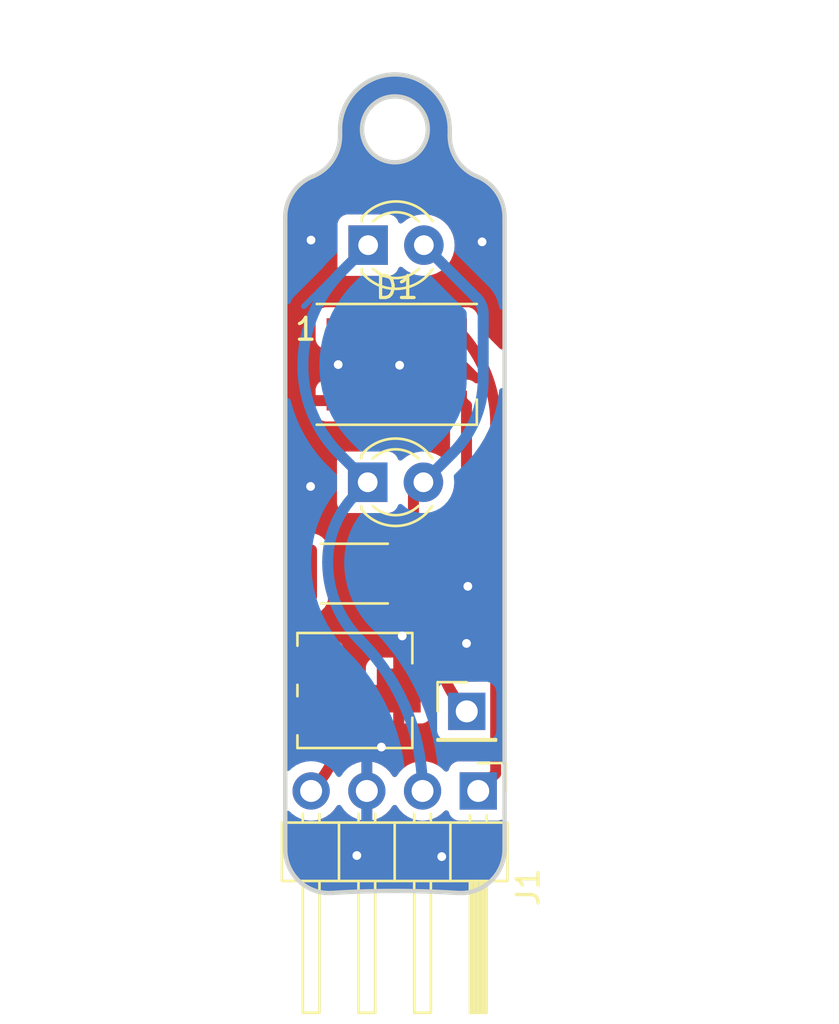
<source format=kicad_pcb>
(kicad_pcb (version 20221018) (generator pcbnew)
  (layers (0 "F.Cu" signal) (31 "B.Cu" signal) (34 "B.Paste" user) (35 "F.Paste" user) (36 "B.SilkS" user "B.Silkscreen") (37 "F.SilkS" user "F.Silkscreen") (38 "B.Mask" user) (39 "F.Mask" user) (44 "Edge.Cuts" user))
  (net 0 "")
  (net 1 "GND")
  (net 2 "+5V")
  (net 3 "/PWM")
  (net 4 "+3.3V")
  (net 5 "/S")
  (net 6 "Net-(Q1-E)")
  (footprint "LED_THT:LED_D3.0mm_Clear" (layer "F.Cu") (at 129.655 64.04)
    (fp_text reference "Q1" hide)
    (fp_text value "Q_Photo_NPN")
    (fp_line (start -0.29 -1.236) (end -0.29 -1.08) (stroke (width 0.12)) (layer "F.SilkS"))
    (fp_line (start -0.29 1.08) (end -0.29 1.236) (stroke (width 0.12)) (layer "F.SilkS"))
    (fp_arc (start -0.29 -1.235516) (mid 1.366487 -1.987659) (end 2.942335 -1.078608) (stroke (width 0.12)) (layer "F.SilkS"))
    (fp_arc (start 0.229039 -1.08) (mid 1.270117 -1.5) (end 2.31113 -1.079837) (stroke (width 0.12)) (layer "F.SilkS"))
    (fp_arc (start 2.31113 1.079837) (mid 1.270117 1.5) (end 0.229039 1.08) (stroke (width 0.12)) (layer "F.SilkS"))
    (fp_arc (start 2.942335 1.078608) (mid 1.366487 1.987659) (end -0.29 1.235516) (stroke (width 0.12)) (layer "F.SilkS"))
    (pad "1" thru_hole rect (at 0 0) (size 1.8 1.8) (drill 0.9) (layers "*.Cu" "*.Mask") (net 4 "+3.3V"))
    (pad "2" thru_hole circle (at 2.54 0) (size 1.8 1.8) (drill 0.9) (layers "*.Cu" "*.Mask") (net 6 "Net-(Q1-E)"))
  )
  (footprint "LED_SMD:LED_WS2812B_PLCC4_5.0x5.0mm_P3.2mm" (layer "F.Cu") (at 130.96 69.47)
    (fp_text reference "D1" (at 0 -3.5) (layer "F.SilkS"))
    (fp_text value "NeoPixel_THT")
    (fp_text user "1" (at -4.15 -1.6) (layer "F.SilkS"))
    (fp_line (start -3.65 -2.75) (end 3.65 -2.75) (stroke (width 0.12)) (layer "F.SilkS"))
    (fp_line (start -3.65 2.75) (end 3.65 2.75) (stroke (width 0.12)) (layer "F.SilkS"))
    (fp_line (start 3.65 2.75) (end 3.65 1.6) (stroke (width 0.12)) (layer "F.SilkS"))
    (pad "1" smd rect (at -2.45 -1.65) (size 1.5 0.9) (layers "F.Cu" "F.Paste" "F.Mask"))
    (pad "2" smd rect (at -2.45 1.65) (size 1.5 0.9) (layers "F.Cu" "F.Paste" "F.Mask") (net 1 "GND"))
    (pad "3" smd rect (at 2.45 1.65) (size 1.5 0.9) (layers "F.Cu" "F.Paste" "F.Mask") (net 2 "+5V"))
    (pad "4" smd rect (at 2.45 -1.65) (size 1.5 0.9) (layers "F.Cu" "F.Paste" "F.Mask") (net 3 "/PWM"))
  )
  (footprint "LED_THT:LED_D3.0mm_Clear" (layer "F.Cu") (at 129.635 74.84)
    (fp_text reference "Q2" hide)
    (fp_text value "Q_Photo_NPN")
    (fp_line (start -0.29 -1.236) (end -0.29 -1.08) (stroke (width 0.12)) (layer "F.SilkS"))
    (fp_line (start -0.29 1.08) (end -0.29 1.236) (stroke (width 0.12)) (layer "F.SilkS"))
    (fp_arc (start -0.29 -1.235516) (mid 1.366487 -1.987659) (end 2.942335 -1.078608) (stroke (width 0.12)) (layer "F.SilkS"))
    (fp_arc (start 0.229039 -1.08) (mid 1.270117 -1.5) (end 2.31113 -1.079837) (stroke (width 0.12)) (layer "F.SilkS"))
    (fp_arc (start 2.31113 1.079837) (mid 1.270117 1.5) (end 0.229039 1.08) (stroke (width 0.12)) (layer "F.SilkS"))
    (fp_arc (start 2.942335 1.078608) (mid 1.366487 1.987659) (end -0.29 1.235516) (stroke (width 0.12)) (layer "F.SilkS"))
    (pad "1" thru_hole rect (at 0 0) (size 1.8 1.8) (drill 0.9) (layers "*.Cu" "*.Mask") (net 4 "+3.3V"))
    (pad "2" thru_hole circle (at 2.54 0) (size 1.8 1.8) (drill 0.9) (layers "*.Cu" "*.Mask") (net 6 "Net-(Q1-E)"))
  )
  (footprint "Connector_PinHeader_2.54mm:PinHeader_1x04_P2.54mm_Horizontal" (layer "F.Cu") (at 134.675 88.9 -90)
    (fp_text reference "J1" (at 4.385 -2.27 90) (layer "F.SilkS"))
    (fp_text value "Conn_01x04_Pin")
    (fp_line (start -1.27 -1.27) (end 0 -1.27) (stroke (width 0.12)) (layer "F.SilkS"))
    (fp_line (start -1.27 0) (end -1.27 -1.27) (stroke (width 0.12)) (layer "F.SilkS"))
    (fp_line (start 1.042929 2.16) (end 1.44 2.16) (stroke (width 0.12)) (layer "F.SilkS"))
    (fp_line (start 1.042929 2.92) (end 1.44 2.92) (stroke (width 0.12)) (layer "F.SilkS"))
    (fp_line (start 1.042929 4.7) (end 1.44 4.7) (stroke (width 0.12)) (layer "F.SilkS"))
    (fp_line (start 1.042929 5.46) (end 1.44 5.46) (stroke (width 0.12)) (layer "F.SilkS"))
    (fp_line (start 1.042929 7.24) (end 1.44 7.24) (stroke (width 0.12)) (layer "F.SilkS"))
    (fp_line (start 1.042929 8) (end 1.44 8) (stroke (width 0.12)) (layer "F.SilkS"))
    (fp_line (start 1.11 -0.38) (end 1.44 -0.38) (stroke (width 0.12)) (layer "F.SilkS"))
    (fp_line (start 1.11 0.38) (end 1.44 0.38) (stroke (width 0.12)) (layer "F.SilkS"))
    (fp_line (start 1.44 -1.33) (end 1.44 8.95) (stroke (width 0.12)) (layer "F.SilkS"))
    (fp_line (start 1.44 1.27) (end 4.1 1.27) (stroke (width 0.12)) (layer "F.SilkS"))
    (fp_line (start 1.44 3.81) (end 4.1 3.81) (stroke (width 0.12)) (layer "F.SilkS"))
    (fp_line (start 1.44 6.35) (end 4.1 6.35) (stroke (width 0.12)) (layer "F.SilkS"))
    (fp_line (start 1.44 8.95) (end 4.1 8.95) (stroke (width 0.12)) (layer "F.SilkS"))
    (fp_line (start 4.1 -1.33) (end 1.44 -1.33) (stroke (width 0.12)) (layer "F.SilkS"))
    (fp_line (start 4.1 -0.38) (end 10.1 -0.38) (stroke (width 0.12)) (layer "F.SilkS"))
    (fp_line (start 4.1 -0.32) (end 10.1 -0.32) (stroke (width 0.12)) (layer "F.SilkS"))
    (fp_line (start 4.1 -0.2) (end 10.1 -0.2) (stroke (width 0.12)) (layer "F.SilkS"))
    (fp_line (start 4.1 -0.08) (end 10.1 -0.08) (stroke (width 0.12)) (layer "F.SilkS"))
    (fp_line (start 4.1 0.04) (end 10.1 0.04) (stroke (width 0.12)) (layer "F.SilkS"))
    (fp_line (start 4.1 0.16) (end 10.1 0.16) (stroke (width 0.12)) (layer "F.SilkS"))
    (fp_line (start 4.1 0.28) (end 10.1 0.28) (stroke (width 0.12)) (layer "F.SilkS"))
    (fp_line (start 4.1 2.16) (end 10.1 2.16) (stroke (width 0.12)) (layer "F.SilkS"))
    (fp_line (start 4.1 4.7) (end 10.1 4.7) (stroke (width 0.12)) (layer "F.SilkS"))
    (fp_line (start 4.1 7.24) (end 10.1 7.24) (stroke (width 0.12)) (layer "F.SilkS"))
    (fp_line (start 4.1 8.95) (end 4.1 -1.33) (stroke (width 0.12)) (layer "F.SilkS"))
    (fp_line (start 10.1 -0.38) (end 10.1 0.38) (stroke (width 0.12)) (layer "F.SilkS"))
    (fp_line (start 10.1 0.38) (end 4.1 0.38) (stroke (width 0.12)) (layer "F.SilkS"))
    (fp_line (start 10.1 2.16) (end 10.1 2.92) (stroke (width 0.12)) (layer "F.SilkS"))
    (fp_line (start 10.1 2.92) (end 4.1 2.92) (stroke (width 0.12)) (layer "F.SilkS"))
    (fp_line (start 10.1 4.7) (end 10.1 5.46) (stroke (width 0.12)) (layer "F.SilkS"))
    (fp_line (start 10.1 5.46) (end 4.1 5.46) (stroke (width 0.12)) (layer "F.SilkS"))
    (fp_line (start 10.1 7.24) (end 10.1 8) (stroke (width 0.12)) (layer "F.SilkS"))
    (fp_line (start 10.1 8) (end 4.1 8) (stroke (width 0.12)) (layer "F.SilkS"))
    (pad "1" thru_hole rect (at 0 0 270) (size 1.7 1.7) (drill 1) (layers "*.Cu" "*.Mask") (net 3 "/PWM"))
    (pad "2" thru_hole oval (at 0 2.54 270) (size 1.7 1.7) (drill 1) (layers "*.Cu" "*.Mask") (net 4 "+3.3V"))
    (pad "3" thru_hole oval (at 0 5.08 270) (size 1.7 1.7) (drill 1) (layers "*.Cu" "*.Mask") (net 1 "GND"))
    (pad "4" thru_hole oval (at 0 7.62 270) (size 1.7 1.7) (drill 1) (layers "*.Cu" "*.Mask") (net 5 "/S"))
  )
  (footprint "Resistor_SMD:R_2010_5025Metric" (layer "F.Cu") (at 129.025 79)
    (fp_text reference "R1" hide)
    (fp_text value "1K")
    (fp_line (start -1.527064 -1.36) (end 1.527064 -1.36) (stroke (width 0.12)) (layer "F.SilkS"))
    (fp_line (start -1.527064 1.36) (end 1.527064 1.36) (stroke (width 0.12)) (layer "F.SilkS"))
    (pad "1" smd roundrect (at -2.3125 0) (size 1.225 2.65) (layers "F.Cu" "F.Paste" "F.Mask") (roundrect_rratio 0.204082) (net 5 "/S"))
    (pad "2" smd roundrect (at 2.3125 0) (size 1.225 2.65) (layers "F.Cu" "F.Paste" "F.Mask") (roundrect_rratio 0.204082) (net 6 "Net-(Q1-E)"))
  )
  (footprint "Connector_PinHeader_2.54mm:PinHeader_1x01_P2.54mm_Vertical" (layer "F.Cu") (at 134.15 85.275)
    (fp_text reference "J2" hide)
    (fp_text value "Conn_01x01_Pin")
    (fp_line (start -1.33 -1.33) (end 0 -1.33) (stroke (width 0.12)) (layer "F.SilkS"))
    (fp_line (start -1.33 0) (end -1.33 -1.33) (stroke (width 0.12)) (layer "F.SilkS"))
    (fp_line (start -1.33 1.27) (end -1.33 1.33) (stroke (width 0.12)) (layer "F.SilkS"))
    (fp_line (start -1.33 1.27) (end 1.33 1.27) (stroke (width 0.12)) (layer "F.SilkS"))
    (fp_line (start -1.33 1.33) (end 1.33 1.33) (stroke (width 0.12)) (layer "F.SilkS"))
    (fp_line (start 1.33 1.27) (end 1.33 1.33) (stroke (width 0.12)) (layer "F.SilkS"))
    (pad "1" thru_hole rect (at 0 0) (size 1.7 1.7) (drill 1) (layers "*.Cu" "*.Mask") (net 2 "+5V"))
  )
  (footprint "Potentiometer_SMD:Potentiometer_Vishay_TS53YJ_Vertical" (layer "F.Cu") (at 129.05 84.325 180)
    (fp_text reference "RV1" hide)
    (fp_text value "R_Potentiometer_Trim_US")
    (fp_line (start -2.62 -2.62) (end -2.62 -1.24) (stroke (width 0.12)) (layer "F.SilkS"))
    (fp_line (start -2.62 -2.62) (end 2.62 -2.62) (stroke (width 0.12)) (layer "F.SilkS"))
    (fp_line (start -2.62 1.24) (end -2.62 2.62) (stroke (width 0.12)) (layer "F.SilkS"))
    (fp_line (start -2.62 2.62) (end 2.62 2.62) (stroke (width 0.12)) (layer "F.SilkS"))
    (fp_line (start 2.62 -2.62) (end 2.62 -2.039) (stroke (width 0.12)) (layer "F.SilkS"))
    (fp_line (start 2.62 -0.26) (end 2.62 0.26) (stroke (width 0.12)) (layer "F.SilkS"))
    (fp_line (start 2.62 2.04) (end 2.62 2.62) (stroke (width 0.12)) (layer "F.SilkS"))
    (pad "1" smd rect (at 2 -1.15 180) (size 2 1.3) (layers "F.Cu" "F.Paste" "F.Mask"))
    (pad "2" smd rect (at -2 0 180) (size 2 2) (layers "F.Cu" "F.Paste" "F.Mask") (net 1 "GND"))
    (pad "3" smd rect (at 2 1.15 180) (size 2 1.3) (layers "F.Cu" "F.Paste" "F.Mask") (net 5 "/S"))
  )
  (gr_arc (start 134.625 60.91168) (mid 135.533312 61.647696) (end 135.875 62.76573) (stroke (width 0.2)) (layer "Edge.Cuts"))
  (gr_arc (start 134.625 60.91168) (mid 133.716688 60.175665) (end 133.375 59.057631) (stroke (width 0.2)) (layer "Edge.Cuts"))
  (gr_line (start 128.375 59.057631) (end 128.375 58.76573) (stroke (width 0.2)) (layer "Edge.Cuts"))
  (gr_circle (center 130.875 58.76573) (end 129.375 58.76573) (stroke (width 0.2)) (fill none) (layer "Edge.Cuts"))
  (gr_line (start 125.875 91.55) (end 125.875 62.76573) (stroke (width 0.2)) (layer "Edge.Cuts"))
  (gr_line (start 135.875 62.76573) (end 135.875 91.55) (stroke (width 0.2)) (layer "Edge.Cuts"))
  (gr_line (start 133.375 58.76573) (end 133.375 59.057631) (stroke (width 0.2)) (layer "Edge.Cuts"))
  (gr_arc (start 128.375 58.76573) (mid 130.875 56.26573) (end 133.375 58.76573) (stroke (width 0.2)) (layer "Edge.Cuts"))
  (gr_arc (start 135.875 91.55) (mid 135.243335 93.00865) (end 133.74734 93.545922) (stroke (width 0.2)) (layer "Edge.Cuts"))
  (gr_arc (start 125.875 62.76573) (mid 126.216689 61.647697) (end 127.125 60.91168) (stroke (width 0.2)) (layer "Edge.Cuts"))
  (gr_arc (start 128.00266 93.545922) (mid 130.875 93.454158) (end 133.74734 93.545922) (stroke (width 0.2)) (layer "Edge.Cuts"))
  (gr_arc (start 128.00266 93.545922) (mid 126.506665 93.00865) (end 125.875 91.55) (stroke (width 0.2)) (layer "Edge.Cuts"))
  (gr_arc (start 128.375 59.057631) (mid 128.033313 60.175666) (end 127.125 60.91168) (stroke (width 0.2)) (layer "Edge.Cuts"))
  (via (at 127.03 75.03) (size 0.8) (drill 0.4) (layers "F.Cu" "B.Cu") (net 1))
  (via (at 129.14 91.84) (size 0.8) (drill 0.4) (layers "F.Cu" "B.Cu") (net 1))
  (via (at 134.85 63.89) (size 0.8) (drill 0.4) (layers "F.Cu" "B.Cu") (net 1))
  (via (at 133.01 91.89) (size 0.8) (drill 0.4) (layers "F.Cu" "B.Cu") (net 1))
  (via (at 131.21 81.84) (size 0.8) (drill 0.4) (layers "F.Cu" "B.Cu") (net 1))
  (via (at 130.26 86.9) (size 0.8) (drill 0.4) (layers "F.Cu" "B.Cu") (net 1))
  (via (at 134.2 79.58) (size 0.8) (drill 0.4) (layers "F.Cu" "B.Cu") (net 1))
  (via (at 131.09 69.51) (size 0.8) (drill 0.4) (layers "F.Cu" "B.Cu") (net 1))
  (via (at 127.05 63.81) (size 0.8) (drill 0.4) (layers "F.Cu" "B.Cu") (net 1))
  (via (at 128.29 69.48) (size 0.8) (drill 0.4) (layers "F.Cu" "B.Cu") (net 1))
  (via (at 134.14 82.18) (size 0.8) (drill 0.4) (layers "F.Cu" "B.Cu") (net 1))
  (segment (start 134.14 71.35) (end 133.858 71.068) (width 0.5) (layer "F.Cu") (net 2))
  (segment (start 132.79 81.991767) (end 132.79 77.822127) (width 0.5) (layer "F.Cu") (net 2))
  (segment (start 134.14 74.562964) (end 134.14 71.35) (width 0.5) (layer "F.Cu") (net 2))
  (arc (start 133.385485 76.384517) (mid 133.943908 75.548782) (end 134.14 74.562964) (width 0.5) (layer "F.Cu") (net 2))
  (arc (start 132.79 77.822127) (mid 132.94476 77.044101) (end 133.385485 76.384517) (width 0.5) (layer "F.Cu") (net 2))
  (arc (start 134.15 85.275) (mid 133.143436 83.768604) (end 132.79 81.991767) (width 0.5) (layer "F.Cu") (net 2))
  (segment (start 135.47 88.105) (end 134.675 88.9) (width 0.5) (layer "F.Cu") (net 3))
  (segment (start 133.41 67.82) (end 133.665082 67.82) (width 0.5) (layer "F.Cu") (net 3))
  (segment (start 135.47 72.177357) (end 135.47 88.105) (width 0.5) (layer "F.Cu") (net 3))
  (arc (start 133.665082 67.82) (mid 135.000936 69.819211) (end 135.47 72.177357) (width 0.5) (layer "F.Cu") (net 3))
  (segment (start 129.635 74.84) (end 129.095306 75.379694) (width 0.5) (layer "B.Cu") (net 4))
  (segment (start 129.278839 82.028839) (end 129.296036 82.046036) (width 0.5) (layer "B.Cu") (net 4))
  (segment (start 128.461603 65.233397) (end 129.655 64.04) (width 0.5) (layer "B.Cu") (net 4))
  (segment (start 129.635 74.84) (end 128.341988 73.546988) (width 0.5) (layer "B.Cu") (net 4))
  (segment (start 132.35 88.685) (end 132.135 88.9) (width 0.25) (layer "B.Cu") (net 4))
  (segment (start 129.6 63.95) (end 126.725 66.825) (width 0.25) (layer "B.Cu") (net 4))
  (arc (start 129.095306 75.379694) (mid 128.14404 76.803364) (end 127.81 78.482748) (width 0.5) (layer "B.Cu") (net 4))
  (arc (start 126.68 69.534593) (mid 127.111937 71.706085) (end 128.341988 73.546988) (width 0.5) (layer "B.Cu") (net 4))
  (arc (start 126.68 69.534593) (mid 127.143023 67.20679) (end 128.461603 65.233397) (width 0.5) (layer "B.Cu") (net 4))
  (arc (start 129.296036 82.046036) (mid 131.397178 85.190617) (end 132.135 88.9) (width 0.5) (layer "B.Cu") (net 4))
  (arc (start 129.278839 82.028839) (mid 128.191739 80.401879) (end 127.81 78.482748) (width 0.5) (layer "B.Cu") (net 4))
  (segment (start 126.71 82.835) (end 126.71 79.0025) (width 0.5) (layer "F.Cu") (net 5))
  (segment (start 128.540005 85.314897) (end 128.540006 85.188157) (width 0.5) (layer "F.Cu") (net 5))
  (segment (start 126.71 79.0025) (end 126.7125 79) (width 0.5) (layer "F.Cu") (net 5))
  (segment (start 127.05 83.175) (end 126.71 82.835) (width 0.5) (layer "F.Cu") (net 5))
  (segment (start 128.170089 84.295089) (end 127.05 83.175) (width 0.5) (layer "F.Cu") (net 5))
  (arc (start 128.540005 85.314897) (mid 128.154056 87.255147) (end 127.055 88.9) (width 0.5) (layer "F.Cu") (net 5))
  (arc (start 128.540006 85.188157) (mid 128.443869 84.704832) (end 128.170089 84.295089) (width 0.5) (layer "F.Cu") (net 5))
  (segment (start 131.72 75.295) (end 132.175 74.84) (width 0.5) (layer "F.Cu") (net 6))
  (segment (start 131.3375 79) (end 131.72 78.6175) (width 0.5) (layer "F.Cu") (net 6))
  (segment (start 131.72 78.6175) (end 131.72 75.295) (width 0.5) (layer "F.Cu") (net 6))
  (segment (start 132.175 74.84) (end 133.508134 73.506866) (width 0.5) (layer "B.Cu") (net 6))
  (segment (start 134.9 67.159214) (end 134.9 67.76) (width 0.5) (layer "B.Cu") (net 6))
  (segment (start 132.195 64.04) (end 134.607095 66.452095) (width 0.5) (layer "B.Cu") (net 6))
  (segment (start 134.9 67.15) (end 134.9 70.415) (width 0.25) (layer "B.Cu") (net 6))
  (segment (start 134.9 67.76) (end 134.9 67.15) (width 0.5) (layer "B.Cu") (net 6))
  (segment (start 134.9 70.146604) (end 134.9 67.76) (width 0.5) (layer "B.Cu") (net 6))
  (arc (start 134.9 70.146604) (mid 134.538266 71.965165) (end 133.508134 73.506866) (width 0.5) (layer "B.Cu") (net 6))
  (arc (start 134.607095 66.452095) (mid 134.82388 66.776539) (end 134.9 67.159214) (width 0.5) (layer "B.Cu") (net 6))
  (zone (net 1) (net_name "GND") (layers "F&B.Cu") (connect_pads (clearance 0.5)) (min_thickness 0.25) (fill yes (thermal_gap 0.5) (thermal_bridge_width 0.5))
    (polygon (pts (xy 115.75 54.3) (xy 115.4 96.35) (xy 151.125 96.7) (xy 149.575 52.875)))
  )
)
</source>
